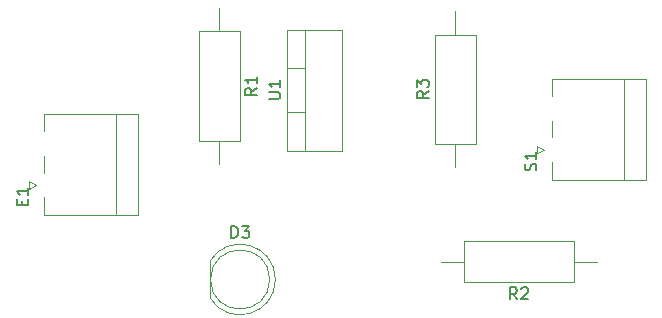
<source format=gbr>
G04 #@! TF.GenerationSoftware,KiCad,Pcbnew,(5.1.10)-1*
G04 #@! TF.CreationDate,2021-06-26T18:53:53+02:00*
G04 #@! TF.ProjectId,fuente-alimentacion-regulable,6675656e-7465-42d6-916c-696d656e7461,2.0*
G04 #@! TF.SameCoordinates,Original*
G04 #@! TF.FileFunction,Legend,Top*
G04 #@! TF.FilePolarity,Positive*
%FSLAX46Y46*%
G04 Gerber Fmt 4.6, Leading zero omitted, Abs format (unit mm)*
G04 Created by KiCad (PCBNEW (5.1.10)-1) date 2021-06-26 18:53:53*
%MOMM*%
%LPD*%
G01*
G04 APERTURE LIST*
%ADD10C,0.120000*%
%ADD11C,0.150000*%
G04 APERTURE END LIST*
D10*
X101270000Y-76000000D02*
G75*
G03*
X101270000Y-76000000I-2500000J0D01*
G01*
X96210000Y-74455000D02*
X96210000Y-77545000D01*
X101760000Y-76000462D02*
G75*
G03*
X96210000Y-74455170I-2990000J462D01*
G01*
X101760000Y-75999538D02*
G75*
G02*
X96210000Y-77544830I-2990000J-462D01*
G01*
X82190000Y-70560000D02*
X90100000Y-70560000D01*
X90100000Y-70560000D02*
X90100000Y-62000000D01*
X90100000Y-62000000D02*
X82190000Y-62000000D01*
X82190000Y-70560000D02*
X82190000Y-69050000D01*
X82190000Y-66950000D02*
X82190000Y-65550000D01*
X82190000Y-63450000D02*
X82190000Y-62000000D01*
X88300000Y-70560000D02*
X88300000Y-62000000D01*
X80900000Y-67700000D02*
X81500000Y-68000000D01*
X81500000Y-68000000D02*
X80900000Y-68300000D01*
X80900000Y-68300000D02*
X80900000Y-67700000D01*
X98720000Y-55000000D02*
X95280000Y-55000000D01*
X95280000Y-55000000D02*
X95280000Y-64240000D01*
X95280000Y-64240000D02*
X98720000Y-64240000D01*
X98720000Y-64240000D02*
X98720000Y-55000000D01*
X97000000Y-53040000D02*
X97000000Y-55000000D01*
X97000000Y-66200000D02*
X97000000Y-64240000D01*
X127000000Y-76220000D02*
X127000000Y-72780000D01*
X127000000Y-72780000D02*
X117760000Y-72780000D01*
X117760000Y-72780000D02*
X117760000Y-76220000D01*
X117760000Y-76220000D02*
X127000000Y-76220000D01*
X128960000Y-74500000D02*
X127000000Y-74500000D01*
X115800000Y-74500000D02*
X117760000Y-74500000D01*
X117000000Y-53300000D02*
X117000000Y-55260000D01*
X117000000Y-66460000D02*
X117000000Y-64500000D01*
X115280000Y-55260000D02*
X115280000Y-64500000D01*
X118720000Y-55260000D02*
X115280000Y-55260000D01*
X118720000Y-64500000D02*
X118720000Y-55260000D01*
X115280000Y-64500000D02*
X118720000Y-64500000D01*
X123900000Y-65300000D02*
X123900000Y-64700000D01*
X124500000Y-65000000D02*
X123900000Y-65300000D01*
X123900000Y-64700000D02*
X124500000Y-65000000D01*
X131300000Y-67560000D02*
X131300000Y-59000000D01*
X125190000Y-60450000D02*
X125190000Y-59000000D01*
X125190000Y-63950000D02*
X125190000Y-62550000D01*
X125190000Y-67560000D02*
X125190000Y-66050000D01*
X133100000Y-59000000D02*
X125190000Y-59000000D01*
X133100000Y-67560000D02*
X133100000Y-59000000D01*
X125190000Y-67560000D02*
X133100000Y-67560000D01*
X102730000Y-65080000D02*
X102730000Y-54840000D01*
X107371000Y-65080000D02*
X107371000Y-54840000D01*
X102730000Y-65080000D02*
X107371000Y-65080000D01*
X102730000Y-54840000D02*
X107371000Y-54840000D01*
X104240000Y-65080000D02*
X104240000Y-54840000D01*
X102730000Y-61810000D02*
X104240000Y-61810000D01*
X102730000Y-58109000D02*
X104240000Y-58109000D01*
D11*
X98031904Y-72492380D02*
X98031904Y-71492380D01*
X98270000Y-71492380D01*
X98412857Y-71540000D01*
X98508095Y-71635238D01*
X98555714Y-71730476D01*
X98603333Y-71920952D01*
X98603333Y-72063809D01*
X98555714Y-72254285D01*
X98508095Y-72349523D01*
X98412857Y-72444761D01*
X98270000Y-72492380D01*
X98031904Y-72492380D01*
X98936666Y-71492380D02*
X99555714Y-71492380D01*
X99222380Y-71873333D01*
X99365238Y-71873333D01*
X99460476Y-71920952D01*
X99508095Y-71968571D01*
X99555714Y-72063809D01*
X99555714Y-72301904D01*
X99508095Y-72397142D01*
X99460476Y-72444761D01*
X99365238Y-72492380D01*
X99079523Y-72492380D01*
X98984285Y-72444761D01*
X98936666Y-72397142D01*
X80328571Y-69690476D02*
X80328571Y-69357142D01*
X80852380Y-69214285D02*
X80852380Y-69690476D01*
X79852380Y-69690476D01*
X79852380Y-69214285D01*
X80852380Y-68261904D02*
X80852380Y-68833333D01*
X80852380Y-68547619D02*
X79852380Y-68547619D01*
X79995238Y-68642857D01*
X80090476Y-68738095D01*
X80138095Y-68833333D01*
X100172380Y-59786666D02*
X99696190Y-60120000D01*
X100172380Y-60358095D02*
X99172380Y-60358095D01*
X99172380Y-59977142D01*
X99220000Y-59881904D01*
X99267619Y-59834285D01*
X99362857Y-59786666D01*
X99505714Y-59786666D01*
X99600952Y-59834285D01*
X99648571Y-59881904D01*
X99696190Y-59977142D01*
X99696190Y-60358095D01*
X100172380Y-58834285D02*
X100172380Y-59405714D01*
X100172380Y-59120000D02*
X99172380Y-59120000D01*
X99315238Y-59215238D01*
X99410476Y-59310476D01*
X99458095Y-59405714D01*
X122213333Y-77672380D02*
X121880000Y-77196190D01*
X121641904Y-77672380D02*
X121641904Y-76672380D01*
X122022857Y-76672380D01*
X122118095Y-76720000D01*
X122165714Y-76767619D01*
X122213333Y-76862857D01*
X122213333Y-77005714D01*
X122165714Y-77100952D01*
X122118095Y-77148571D01*
X122022857Y-77196190D01*
X121641904Y-77196190D01*
X122594285Y-76767619D02*
X122641904Y-76720000D01*
X122737142Y-76672380D01*
X122975238Y-76672380D01*
X123070476Y-76720000D01*
X123118095Y-76767619D01*
X123165714Y-76862857D01*
X123165714Y-76958095D01*
X123118095Y-77100952D01*
X122546666Y-77672380D01*
X123165714Y-77672380D01*
X114732380Y-60046666D02*
X114256190Y-60380000D01*
X114732380Y-60618095D02*
X113732380Y-60618095D01*
X113732380Y-60237142D01*
X113780000Y-60141904D01*
X113827619Y-60094285D01*
X113922857Y-60046666D01*
X114065714Y-60046666D01*
X114160952Y-60094285D01*
X114208571Y-60141904D01*
X114256190Y-60237142D01*
X114256190Y-60618095D01*
X113732380Y-59713333D02*
X113732380Y-59094285D01*
X114113333Y-59427619D01*
X114113333Y-59284761D01*
X114160952Y-59189523D01*
X114208571Y-59141904D01*
X114303809Y-59094285D01*
X114541904Y-59094285D01*
X114637142Y-59141904D01*
X114684761Y-59189523D01*
X114732380Y-59284761D01*
X114732380Y-59570476D01*
X114684761Y-59665714D01*
X114637142Y-59713333D01*
X123804761Y-66761904D02*
X123852380Y-66619047D01*
X123852380Y-66380952D01*
X123804761Y-66285714D01*
X123757142Y-66238095D01*
X123661904Y-66190476D01*
X123566666Y-66190476D01*
X123471428Y-66238095D01*
X123423809Y-66285714D01*
X123376190Y-66380952D01*
X123328571Y-66571428D01*
X123280952Y-66666666D01*
X123233333Y-66714285D01*
X123138095Y-66761904D01*
X123042857Y-66761904D01*
X122947619Y-66714285D01*
X122900000Y-66666666D01*
X122852380Y-66571428D01*
X122852380Y-66333333D01*
X122900000Y-66190476D01*
X123852380Y-65238095D02*
X123852380Y-65809523D01*
X123852380Y-65523809D02*
X122852380Y-65523809D01*
X122995238Y-65619047D01*
X123090476Y-65714285D01*
X123138095Y-65809523D01*
X101182380Y-60721904D02*
X101991904Y-60721904D01*
X102087142Y-60674285D01*
X102134761Y-60626666D01*
X102182380Y-60531428D01*
X102182380Y-60340952D01*
X102134761Y-60245714D01*
X102087142Y-60198095D01*
X101991904Y-60150476D01*
X101182380Y-60150476D01*
X102182380Y-59150476D02*
X102182380Y-59721904D01*
X102182380Y-59436190D02*
X101182380Y-59436190D01*
X101325238Y-59531428D01*
X101420476Y-59626666D01*
X101468095Y-59721904D01*
M02*

</source>
